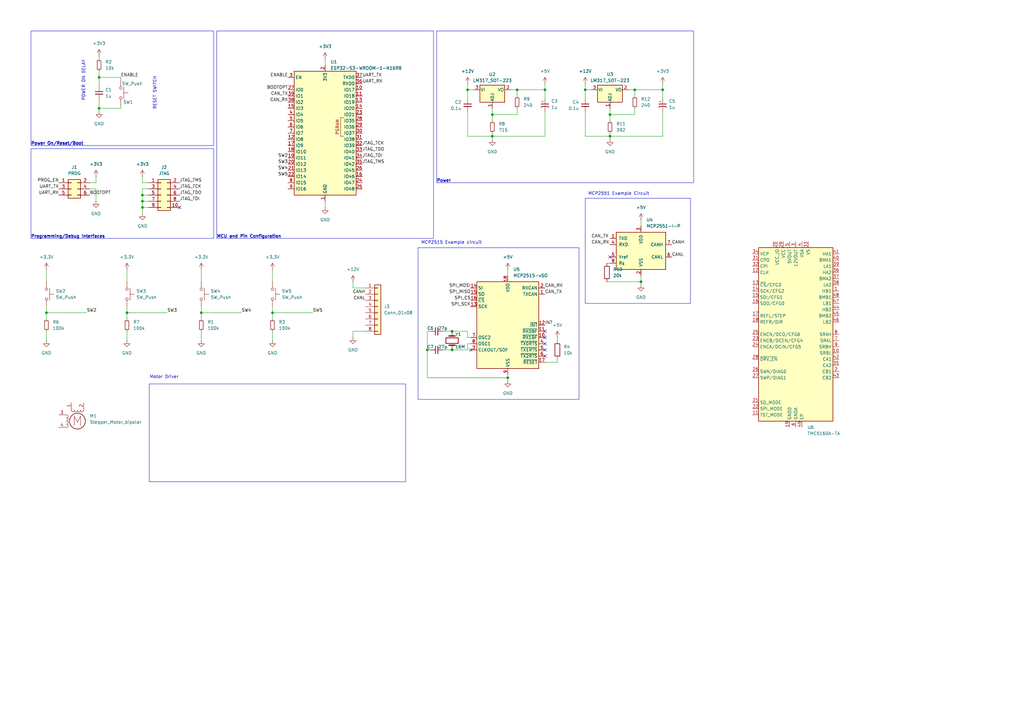
<source format=kicad_sch>
(kicad_sch (version 20231120) (generator "eeschema") (generator_version "8.0")
  (paper "A3")
  (lib_symbols
    (symbol "Connector_Generic:Conn_01x08" (pin_names (offset 1.016) hide)
      (property "Reference" "J" (at 0 10.16 0))
      (property "Value" "Conn_01x08" (at 0 -12.7 0))
      (symbol "Conn_01x08_1_1"
        (rectangle (start -1.27 -10.033) (end 0 -10.287) (stroke (width 0.1524)))
        (rectangle (start -1.27 -7.493) (end 0 -7.747) (stroke (width 0.1524)))
        (rectangle (start -1.27 -4.953) (end 0 -5.207) (stroke (width 0.1524)))
        (rectangle (start -1.27 -2.413) (end 0 -2.667) (stroke (width 0.1524)))
        (rectangle (start -1.27 0.127) (end 0 -0.127) (stroke (width 0.1524)))
        (rectangle (start -1.27 2.667) (end 0 2.413) (stroke (width 0.1524)))
        (rectangle (start -1.27 5.207) (end 0 4.953) (stroke (width 0.1524)))
        (rectangle (start -1.27 7.747) (end 0 7.493) (stroke (width 0.1524)))
        (rectangle (start -1.27 8.89) (end 1.27 -11.43) (stroke (width 0.254)) (fill (type background)))
        (pin passive line (at -5.08 7.62 0) (length 3.81) (name "Pin_1") (number "1"))
        (pin passive line (at -5.08 5.08 0) (length 3.81) (name "Pin_2") (number "2"))
        (pin passive line (at -5.08 2.54 0) (length 3.81) (name "Pin_3") (number "3"))
        (pin passive line (at -5.08 0 0) (length 3.81) (name "Pin_4") (number "4"))
        (pin passive line (at -5.08 -2.54 0) (length 3.81) (name "Pin_5") (number "5"))
        (pin passive line (at -5.08 -5.08 0) (length 3.81) (name "Pin_6") (number "6"))
        (pin passive line (at -5.08 -7.62 0) (length 3.81) (name "Pin_7") (number "7"))
        (pin passive line (at -5.08 -10.16 0) (length 3.81) (name "Pin_8") (number "8"))
      )
    )
    (symbol "Connector_Generic:Conn_02x03_Odd_Even" (pin_names (offset 1.016) hide)
      (property "Reference" "J" (at 1.27 5.08 0))
      (property "Value" "Conn_02x03_Odd_Even" (at 1.27 -5.08 0))
      (symbol "Conn_02x03_Odd_Even_1_1"
        (rectangle (start -1.27 -2.413) (end 0 -2.667) (stroke (width 0.1524)))
        (rectangle (start -1.27 0.127) (end 0 -0.127) (stroke (width 0.1524)))
        (rectangle (start -1.27 2.667) (end 0 2.413) (stroke (width 0.1524)))
        (rectangle (start -1.27 3.81) (end 3.81 -3.81) (stroke (width 0.254)) (fill (type background)))
        (rectangle (start 3.81 -2.413) (end 2.54 -2.667) (stroke (width 0.1524)))
        (rectangle (start 3.81 0.127) (end 2.54 -0.127) (stroke (width 0.1524)))
        (rectangle (start 3.81 2.667) (end 2.54 2.413) (stroke (width 0.1524)))
        (pin passive line (at -5.08 2.54 0) (length 3.81) (name "Pin_1") (number "1"))
        (pin passive line (at 7.62 2.54 180) (length 3.81) (name "Pin_2") (number "2"))
        (pin passive line (at -5.08 0 0) (length 3.81) (name "Pin_3") (number "3"))
        (pin passive line (at 7.62 0 180) (length 3.81) (name "Pin_4") (number "4"))
        (pin passive line (at -5.08 -2.54 0) (length 3.81) (name "Pin_5") (number "5"))
        (pin passive line (at 7.62 -2.54 180) (length 3.81) (name "Pin_6") (number "6"))
      )
    )
    (symbol "Connector_Generic:Conn_02x05_Odd_Even" (pin_names (offset 1.016) hide)
      (property "Reference" "J" (at 1.27 7.62 0))
      (property "Value" "Conn_02x05_Odd_Even" (at 1.27 -7.62 0))
      (symbol "Conn_02x05_Odd_Even_1_1"
        (rectangle (start -1.27 -4.953) (end 0 -5.207) (stroke (width 0.1524)))
        (rectangle (start -1.27 -2.413) (end 0 -2.667) (stroke (width 0.1524)))
        (rectangle (start -1.27 0.127) (end 0 -0.127) (stroke (width 0.1524)))
        (rectangle (start -1.27 2.667) (end 0 2.413) (stroke (width 0.1524)))
        (rectangle (start -1.27 5.207) (end 0 4.953) (stroke (width 0.1524)))
        (rectangle (start -1.27 6.35) (end 3.81 -6.35) (stroke (width 0.254)) (fill (type background)))
        (rectangle (start 3.81 -4.953) (end 2.54 -5.207) (stroke (width 0.1524)))
        (rectangle (start 3.81 -2.413) (end 2.54 -2.667) (stroke (width 0.1524)))
        (rectangle (start 3.81 0.127) (end 2.54 -0.127) (stroke (width 0.1524)))
        (rectangle (start 3.81 2.667) (end 2.54 2.413) (stroke (width 0.1524)))
        (rectangle (start 3.81 5.207) (end 2.54 4.953) (stroke (width 0.1524)))
        (pin passive line (at -5.08 5.08 0) (length 3.81) (name "Pin_1") (number "1"))
        (pin passive line (at 7.62 -5.08 180) (length 3.81) (name "Pin_10") (number "10"))
        (pin passive line (at 7.62 5.08 180) (length 3.81) (name "Pin_2") (number "2"))
        (pin passive line (at -5.08 2.54 0) (length 3.81) (name "Pin_3") (number "3"))
        (pin passive line (at 7.62 2.54 180) (length 3.81) (name "Pin_4") (number "4"))
        (pin passive line (at -5.08 0 0) (length 3.81) (name "Pin_5") (number "5"))
        (pin passive line (at 7.62 0 180) (length 3.81) (name "Pin_6") (number "6"))
        (pin passive line (at -5.08 -2.54 0) (length 3.81) (name "Pin_7") (number "7"))
        (pin passive line (at 7.62 -2.54 180) (length 3.81) (name "Pin_8") (number "8"))
        (pin passive line (at -5.08 -5.08 0) (length 3.81) (name "Pin_9") (number "9"))
      )
    )
    (symbol "Device:C_Polarized_Small_US" (pin_numbers hide) (pin_names (offset 0.254) hide)
      (property "Reference" "C" (at 0.254 1.778 0))
      (property "Value" "C_Polarized_Small_US" (at 0.254 -2.032 0))
      (symbol "C_Polarized_Small_US_0_1"
        (polyline (pts (xy -1.524 0.508) (xy 1.524 0.508)) (stroke (width 0.3048)))
        (polyline (pts (xy -1.27 1.524) (xy -0.762 1.524)))
        (polyline (pts (xy -1.016 1.27) (xy -1.016 1.778)))
        (arc (start 1.524 -0.762) (mid 0 -0.3734) (end -1.524 -0.762) (stroke (width 0.3048)))
      )
      (symbol "C_Polarized_Small_US_1_1"
        (pin passive line (at 0 2.54 270) (length 2.032) (name "~") (number "1"))
        (pin passive line (at 0 -2.54 90) (length 2.032) (name "~") (number "2"))
      )
    )
    (symbol "Device:C_Small" (pin_numbers hide) (pin_names (offset 0.254) hide)
      (property "Reference" "C" (at 0.254 1.778 0))
      (property "Value" "C_Small" (at 0.254 -2.032 0))
      (symbol "C_Small_0_1"
        (polyline (pts (xy -1.524 -0.508) (xy 1.524 -0.508)) (stroke (width 0.3302)))
        (polyline (pts (xy -1.524 0.508) (xy 1.524 0.508)) (stroke (width 0.3048)))
      )
      (symbol "C_Small_1_1"
        (pin passive line (at 0 2.54 270) (length 2.032) (name "~") (number "1"))
        (pin passive line (at 0 -2.54 90) (length 2.032) (name "~") (number "2"))
      )
    )
    (symbol "Device:Crystal" (pin_numbers hide) (pin_names (offset 1.016) hide)
      (property "Reference" "Y" (at 0 3.81 0))
      (property "Value" "Crystal" (at 0 -3.81 0))
      (symbol "Crystal_0_1"
        (rectangle (start -1.143 2.54) (end 1.143 -2.54) (stroke (width 0.3048)))
        (polyline (pts (xy -2.54 0) (xy -1.905 0)))
        (polyline (pts (xy -1.905 -1.27) (xy -1.905 1.27)) (stroke (width 0.508)))
        (polyline (pts (xy 1.905 -1.27) (xy 1.905 1.27)) (stroke (width 0.508)))
        (polyline (pts (xy 2.54 0) (xy 1.905 0)))
      )
      (symbol "Crystal_1_1"
        (pin passive line (at -3.81 0 0) (length 1.27) (name "1") (number "1"))
        (pin passive line (at 3.81 0 180) (length 1.27) (name "2") (number "2"))
      )
    )
    (symbol "Device:R" (pin_numbers hide) (pin_names (offset 0))
      (property "Reference" "R" (at 2.032 0 90))
      (property "Value" "R" (at 0 0 90))
      (symbol "R_0_1"
        (rectangle (start -1.016 -2.54) (end 1.016 2.54) (stroke (width 0.254)))
      )
      (symbol "R_1_1"
        (pin passive line (at 0 3.81 270) (length 1.27) (name "~") (number "1"))
        (pin passive line (at 0 -3.81 90) (length 1.27) (name "~") (number "2"))
      )
    )
    (symbol "Device:R_Small" (pin_numbers hide) (pin_names (offset 0.254) hide)
      (property "Reference" "R" (at 0.762 0.508 0))
      (property "Value" "R_Small" (at 0.762 -1.016 0))
      (symbol "R_Small_0_1"
        (rectangle (start -0.762 1.778) (end 0.762 -1.778) (stroke (width 0.2032)))
      )
      (symbol "R_Small_1_1"
        (pin passive line (at 0 2.54 270) (length 0.762) (name "~") (number "1"))
        (pin passive line (at 0 -2.54 90) (length 0.762) (name "~") (number "2"))
      )
    )
    (symbol "Driver_Motor:TMC5160A-TA"
      (property "Reference" "U" (at -11.43 38.1 0))
      (property "Value" "TMC5160A-TA" (at 10.16 38.1 0))
      (symbol "TMC5160A-TA_1_0"
        (rectangle (start -15.24 -35.56) (end 15.24 35.56) (stroke (width 0.254)) (fill (type background)))
      )
      (symbol "TMC5160A-TA_1_1"
        (pin output line (at 17.78 17.78 180) (length 2.54) (name "HB1") (number "1"))
        (pin passive line (at 17.78 -7.62 180) (length 2.54) (name "SRBL") (number "10"))
        (pin input line (at -17.78 -33.02 0) (length 2.54) (name "TST_MODE") (number "11"))
        (pin input line (at -17.78 25.4 0) (length 2.54) (name "CLK") (number "12"))
        (pin input line (at -17.78 20.32 0) (length 2.54) (name "~{CS}/CFG3") (number "13"))
        (pin input line (at -17.78 17.78 0) (length 2.54) (name "SCK/CFG2") (number "14"))
        (pin input line (at -17.78 15.24 0) (length 2.54) (name "SDI/CFG1") (number "15"))
        (pin bidirectional line (at -17.78 12.7 0) (length 2.54) (name "SDO/CFG0") (number "16"))
        (pin input line (at -17.78 7.62 0) (length 2.54) (name "REFL/STEP") (number "17"))
        (pin input line (at -17.78 5.08 0) (length 2.54) (name "REFR/DIR") (number "18"))
        (pin power_in line (at -2.54 -38.1 90) (length 2.54) (name "GNDD") (number "19"))
        (pin passive line (at 17.78 -15.24 180) (length 2.54) (name "CB1") (number "2"))
        (pin power_in line (at -7.62 38.1 270) (length 2.54) (name "VCC_IO") (number "20"))
        (pin input line (at -17.78 -27.94 0) (length 2.54) (name "SD_MODE") (number "21"))
        (pin input line (at -17.78 -30.48 0) (length 2.54) (name "SPI_MODE") (number "22"))
        (pin input line (at -17.78 -2.54 0) (length 2.54) (name "ENCB/DCEN/CFG4") (number "23"))
        (pin input line (at -17.78 -5.08 0) (length 2.54) (name "ENCA/DCIN/CFG5") (number "24"))
        (pin bidirectional line (at -17.78 0 0) (length 2.54) (name "ENCN/DCO/CFG6") (number "25"))
        (pin bidirectional line (at -17.78 -15.24 0) (length 2.54) (name "SWN/DIAG0") (number "26"))
        (pin bidirectional line (at -17.78 -17.78 0) (length 2.54) (name "SWP/DIAG1") (number "27"))
        (pin input line (at -17.78 -10.16 0) (length 2.54) (name "~{DRV_EN}") (number "28"))
        (pin power_in line (at -5.08 38.1 270) (length 2.54) (name "VCC") (number "29"))
        (pin power_out line (at 0 38.1 270) (length 2.54) (name "12VOUT") (number "3"))
        (pin passive line (at -2.54 -38.1 90) (length 2.54) hide (name "GNDD") (number "30"))
        (pin passive line (at -17.78 30.48 0) (length 2.54) (name "CPO") (number "31"))
        (pin passive line (at -17.78 27.94 0) (length 2.54) (name "CPI") (number "32"))
        (pin power_in line (at 5.08 38.1 270) (length 2.54) (name "VS") (number "33"))
        (pin passive line (at -17.78 33.02 0) (length 2.54) (name "VCP") (number "34"))
        (pin passive line (at 17.78 -12.7 180) (length 2.54) (name "CA2") (number "35"))
        (pin output line (at 17.78 25.4 180) (length 2.54) (name "HA2") (number "36"))
        (pin passive line (at 17.78 22.86 180) (length 2.54) (name "BMA2") (number "37"))
        (pin output line (at 17.78 20.32 180) (length 2.54) (name "LA2") (number "38"))
        (pin output line (at 17.78 27.94 180) (length 2.54) (name "LA1") (number "39"))
        (pin power_in line (at 2.54 38.1 270) (length 2.54) (name "VSA") (number "4"))
        (pin passive line (at 17.78 30.48 180) (length 2.54) (name "BMA1") (number "40"))
        (pin output line (at 17.78 33.02 180) (length 2.54) (name "HA1") (number "41"))
        (pin passive line (at 17.78 -10.16 180) (length 2.54) (name "CA1") (number "42"))
        (pin passive line (at 17.78 -17.78 180) (length 2.54) (name "CB2") (number "43"))
        (pin output line (at 17.78 10.16 180) (length 2.54) (name "HB2") (number "44"))
        (pin passive line (at 17.78 7.62 180) (length 2.54) (name "BMB2") (number "45"))
        (pin output line (at 17.78 5.08 180) (length 2.54) (name "LB2") (number "46"))
        (pin output line (at 17.78 12.7 180) (length 2.54) (name "LB1") (number "47"))
        (pin passive line (at 17.78 15.24 180) (length 2.54) (name "BMB1") (number "48"))
        (pin power_in line (at 2.54 -38.1 90) (length 2.54) (name "EP") (number "49"))
        (pin power_out line (at -2.54 38.1 270) (length 2.54) (name "5VOUT") (number "5"))
        (pin power_in line (at 0 -38.1 90) (length 2.54) (name "GNDA") (number "6"))
        (pin passive line (at 17.78 -2.54 180) (length 2.54) (name "SRAL") (number "7"))
        (pin passive line (at 17.78 0 180) (length 2.54) (name "SRAH") (number "8"))
        (pin passive line (at 17.78 -5.08 180) (length 2.54) (name "SRBH") (number "9"))
      )
    )
    (symbol "Interface_CAN_LIN:MCP2515-xSO"
      (property "Reference" "U" (at -10.16 19.685 0))
      (property "Value" "MCP2515-xSO" (at 19.05 20.32 0))
      (symbol "MCP2515-xSO_0_1"
        (rectangle (start -12.7 17.78) (end 12.7 -17.78) (stroke (width 0.254)) (fill (type background)))
      )
      (symbol "MCP2515-xSO_1_1"
        (pin output line (at 15.24 12.7 180) (length 2.54) (name "TXCAN") (number "1"))
        (pin output line (at 15.24 -5.08 180) (length 2.54) (name "~{RX1BF}") (number "10"))
        (pin output line (at 15.24 -2.54 180) (length 2.54) (name "~{RX0BF}") (number "11"))
        (pin output line (at 15.24 0 180) (length 2.54) (name "~{INT}") (number "12"))
        (pin input line (at -15.24 7.62 0) (length 2.54) (name "SCK") (number "13"))
        (pin input line (at -15.24 15.24 0) (length 2.54) (name "SI") (number "14"))
        (pin output line (at -15.24 12.7 0) (length 2.54) (name "SO") (number "15"))
        (pin input line (at -15.24 10.16 0) (length 2.54) (name "~{CS}") (number "16"))
        (pin input line (at 15.24 -15.24 180) (length 2.54) (name "~{RESET}") (number "17"))
        (pin power_in line (at 0 20.32 270) (length 2.54) (name "VDD") (number "18"))
        (pin input line (at 15.24 15.24 180) (length 2.54) (name "RXCAN") (number "2"))
        (pin output line (at -15.24 -10.16 0) (length 2.54) (name "CLKOUT/SOF") (number "3"))
        (pin input line (at 15.24 -7.62 180) (length 2.54) (name "~{TX0RTS}") (number "4"))
        (pin input line (at 15.24 -10.16 180) (length 2.54) (name "~{TX1RTS}") (number "5"))
        (pin input line (at 15.24 -12.7 180) (length 2.54) (name "~{TX2RTS}") (number "6"))
        (pin output line (at -15.24 -5.08 0) (length 2.54) (name "OSC2") (number "7"))
        (pin input line (at -15.24 -7.62 0) (length 2.54) (name "OSC1") (number "8"))
        (pin power_in line (at 0 -20.32 90) (length 2.54) (name "VSS") (number "9"))
      )
    )
    (symbol "Interface_CAN_LIN:MCP2551-I-P" (pin_names (offset 1.016))
      (property "Reference" "U" (at -10.16 8.89 0))
      (property "Value" "MCP2551-I-P" (at 2.54 8.89 0))
      (symbol "MCP2551-I-P_0_1"
        (rectangle (start -10.16 7.62) (end 10.16 -7.62) (stroke (width 0.254)) (fill (type background)))
      )
      (symbol "MCP2551-I-P_1_1"
        (pin input line (at -12.7 5.08 0) (length 2.54) (name "TXD") (number "1"))
        (pin power_in line (at 0 -10.16 90) (length 2.54) (name "VSS") (number "2"))
        (pin power_in line (at 0 10.16 270) (length 2.54) (name "VDD") (number "3"))
        (pin output line (at -12.7 2.54 0) (length 2.54) (name "RXD") (number "4"))
        (pin power_out line (at -12.7 -2.54 0) (length 2.54) (name "Vref") (number "5"))
        (pin bidirectional line (at 12.7 -2.54 180) (length 2.54) (name "CANL") (number "6"))
        (pin bidirectional line (at 12.7 2.54 180) (length 2.54) (name "CANH") (number "7"))
        (pin input line (at -12.7 -5.08 0) (length 2.54) (name "Rs") (number "8"))
      )
    )
    (symbol "Motor:Stepper_Motor_bipolar" (pin_names (offset 0) hide)
      (property "Reference" "M" (at 3.81 2.54 0))
      (property "Value" "Stepper_Motor_bipolar" (at 3.81 1.27 0))
      (symbol "Stepper_Motor_bipolar_0_0"
        (polyline (pts (xy -1.27 -1.778) (xy -1.27 2.032) (xy 0 -0.508) (xy 1.27 2.032) (xy 1.27 -1.778)))
      )
      (symbol "Stepper_Motor_bipolar_0_1"
        (arc (start -4.445 -2.54) (mid -3.8127 -1.905) (end -4.445 -1.27))
        (arc (start -4.445 -1.27) (mid -3.8127 -0.635) (end -4.445 0))
        (arc (start -4.445 0) (mid -3.8127 0.635) (end -4.445 1.27))
        (arc (start -4.445 1.27) (mid -3.8127 1.905) (end -4.445 2.54))
        (arc (start -2.54 4.445) (mid -1.905 3.8127) (end -1.27 4.445))
        (arc (start -1.27 4.445) (mid -0.635 3.8127) (end 0 4.445))
        (polyline (pts (xy -5.08 -2.54) (xy -4.445 -2.54)))
        (polyline (pts (xy -5.08 2.54) (xy -4.445 2.54)))
        (polyline (pts (xy -2.54 5.08) (xy -2.54 4.445)))
        (polyline (pts (xy 2.54 5.08) (xy 2.54 4.445)))
        (circle (center 0 0) (radius 3.2512) (stroke (width 0.254)))
        (arc (start 0 4.445) (mid 0.635 3.8127) (end 1.27 4.445))
        (arc (start 1.27 4.445) (mid 1.905 3.8127) (end 2.54 4.445))
      )
      (symbol "Stepper_Motor_bipolar_1_1"
        (pin passive line (at -2.54 7.62 270) (length 2.54) (name "~") (number "1"))
        (pin passive line (at 2.54 7.62 270) (length 2.54) (name "-") (number "2"))
        (pin passive line (at -7.62 2.54 0) (length 2.54) (name "~") (number "3"))
        (pin passive line (at -7.62 -2.54 0) (length 2.54) (name "~") (number "4"))
      )
    )
    (symbol "RF_Module:ESP32-S3-WROOM-1"
      (property "Reference" "U" (at -12.7 26.67 0))
      (property "Value" "ESP32-S3-WROOM-1" (at 12.7 26.67 0))
      (symbol "ESP32-S3-WROOM-1_0_0"
        (rectangle (start -12.7 25.4) (end 12.7 -25.4) (stroke (width 0.254)) (fill (type background)))
        (text "PSRAM" (at 5.08 2.54 900) (effects (font (size 1.27 1.27))))
      )
      (symbol "ESP32-S3-WROOM-1_0_1"
        (polyline (pts (xy 7.62 -1.27) (xy 6.35 -1.27) (xy 6.35 6.35) (xy 7.62 6.35)))
      )
      (symbol "ESP32-S3-WROOM-1_1_1"
        (pin power_in line (at 0 -27.94 90) (length 2.54) (name "GND") (number "1"))
        (pin bidirectional line (at 15.24 17.78 180) (length 2.54) (name "IO17") (number "10"))
        (pin bidirectional line (at 15.24 15.24 180) (length 2.54) (name "IO18") (number "11"))
        (pin bidirectional line (at -15.24 -2.54 0) (length 2.54) (name "IO8") (number "12"))
        (pin bidirectional line (at 15.24 12.7 180) (length 2.54) (name "IO19") (number "13"))
        (pin bidirectional line (at 15.24 10.16 180) (length 2.54) (name "IO20") (number "14"))
        (pin bidirectional line (at -15.24 10.16 0) (length 2.54) (name "IO3") (number "15"))
        (pin bidirectional line (at 15.24 -17.78 180) (length 2.54) (name "IO46") (number "16"))
        (pin bidirectional line (at -15.24 -5.08 0) (length 2.54) (name "IO9") (number "17"))
        (pin bidirectional line (at -15.24 -7.62 0) (length 2.54) (name "IO10") (number "18"))
        (pin bidirectional line (at -15.24 -10.16 0) (length 2.54) (name "IO11") (number "19"))
        (pin power_in line (at 0 27.94 270) (length 2.54) (name "3V3") (number "2"))
        (pin bidirectional line (at -15.24 -12.7 0) (length 2.54) (name "IO12") (number "20"))
        (pin bidirectional line (at -15.24 -15.24 0) (length 2.54) (name "IO13") (number "21"))
        (pin bidirectional line (at -15.24 -17.78 0) (length 2.54) (name "IO14") (number "22"))
        (pin bidirectional line (at 15.24 7.62 180) (length 2.54) (name "IO21") (number "23"))
        (pin bidirectional line (at 15.24 -20.32 180) (length 2.54) (name "IO47") (number "24"))
        (pin bidirectional line (at 15.24 -22.86 180) (length 2.54) (name "IO48") (number "25"))
        (pin bidirectional line (at 15.24 -15.24 180) (length 2.54) (name "IO45") (number "26"))
        (pin bidirectional line (at -15.24 17.78 0) (length 2.54) (name "IO0") (number "27"))
        (pin bidirectional line (at 15.24 5.08 180) (length 2.54) (name "IO35") (number "28"))
        (pin bidirectional line (at 15.24 2.54 180) (length 2.54) (name "IO36") (number "29"))
        (pin input line (at -15.24 22.86 0) (length 2.54) (name "EN") (number "3"))
        (pin bidirectional line (at 15.24 0 180) (length 2.54) (name "IO37") (number "30"))
        (pin bidirectional line (at 15.24 -2.54 180) (length 2.54) (name "IO38") (number "31"))
        (pin bidirectional line (at 15.24 -5.08 180) (length 2.54) (name "IO39") (number "32"))
        (pin bidirectional line (at 15.24 -7.62 180) (length 2.54) (name "IO40") (number "33"))
        (pin bidirectional line (at 15.24 -10.16 180) (length 2.54) (name "IO41") (number "34"))
        (pin bidirectional line (at 15.24 -12.7 180) (length 2.54) (name "IO42") (number "35"))
        (pin bidirectional line (at 15.24 20.32 180) (length 2.54) (name "RXD0") (number "36"))
        (pin bidirectional line (at 15.24 22.86 180) (length 2.54) (name "TXD0") (number "37"))
        (pin bidirectional line (at -15.24 12.7 0) (length 2.54) (name "IO2") (number "38"))
        (pin bidirectional line (at -15.24 15.24 0) (length 2.54) (name "IO1") (number "39"))
        (pin bidirectional line (at -15.24 7.62 0) (length 2.54) (name "IO4") (number "4"))
        (pin passive line (at 0 -27.94 90) (length 2.54) hide (name "GND") (number "40"))
        (pin passive line (at 0 -27.94 90) (length 2.54) hide (name "GND") (number "41"))
        (pin bidirectional line (at -15.24 5.08 0) (length 2.54) (name "IO5") (number "5"))
        (pin bidirectional line (at -15.24 2.54 0) (length 2.54) (name "IO6") (number "6"))
        (pin bidirectional line (at -15.24 0 0) (length 2.54) (name "IO7") (number "7"))
        (pin bidirectional line (at -15.24 -20.32 0) (length 2.54) (name "IO15") (number "8"))
        (pin bidirectional line (at -15.24 -22.86 0) (length 2.54) (name "IO16") (number "9"))
      )
    )
    (symbol "Regulator_Linear:LM317_SOT-223" (pin_names (offset 0.254))
      (property "Reference" "U" (at -3.81 3.175 0))
      (property "Value" "LM317_SOT-223" (at 0 3.175 0))
      (symbol "LM317_SOT-223_0_1"
        (rectangle (start -5.08 1.905) (end 5.08 -5.08) (stroke (width 0.254)) (fill (type background)))
      )
      (symbol "LM317_SOT-223_1_1"
        (pin input line (at 0 -7.62 90) (length 2.54) (name "ADJ") (number "1"))
        (pin power_out line (at 7.62 0 180) (length 2.54) (name "VO") (number "2"))
        (pin power_in line (at -7.62 0 0) (length 2.54) (name "VI") (number "3"))
      )
    )
    (symbol "Switch:SW_Push" (pin_numbers hide) (pin_names (offset 1.016) hide)
      (property "Reference" "SW" (at 1.27 2.54 0))
      (property "Value" "SW_Push" (at 0 -1.524 0))
      (symbol "SW_Push_0_1"
        (circle (center -2.032 0) (radius 0.508))
        (polyline (pts (xy 0 1.27) (xy 0 3.048)))
        (polyline (pts (xy 2.54 1.27) (xy -2.54 1.27)))
        (circle (center 2.032 0) (radius 0.508))
        (pin passive line (at -5.08 0 0) (length 2.54) (name "1") (number "1"))
        (pin passive line (at 5.08 0 180) (length 2.54) (name "2") (number "2"))
      )
    )
    (symbol "power:+12V" (power) (pin_numbers hide) (pin_names (offset 0) hide)
      (property "Value" "+12V" (at 0 3.556 0))
      (symbol "+12V_0_1"
        (polyline (pts (xy -0.762 1.27) (xy 0 2.54)))
        (polyline (pts (xy 0 0) (xy 0 2.54)))
        (polyline (pts (xy 0 2.54) (xy 0.762 1.27)))
      )
      (symbol "+12V_1_1"
        (pin power_in line (at 0 0 90) (length 0) (name "~") (number "1"))
      )
    )
    (symbol "power:+3.3V" (power) (pin_numbers hide) (pin_names (offset 0) hide)
      (property "Value" "+3.3V" (at 0 3.556 0))
      (symbol "+3.3V_0_1"
        (polyline (pts (xy -0.762 1.27) (xy 0 2.54)))
        (polyline (pts (xy 0 0) (xy 0 2.54)))
        (polyline (pts (xy 0 2.54) (xy 0.762 1.27)))
      )
      (symbol "+3.3V_1_1"
        (pin power_in line (at 0 0 90) (length 0) (name "~") (number "1"))
      )
    )
    (symbol "power:+3V3" (power) (pin_numbers hide) (pin_names (offset 0) hide)
      (property "Value" "+3V3" (at 0 3.556 0))
      (symbol "+3V3_0_1"
        (polyline (pts (xy -0.762 1.27) (xy 0 2.54)))
        (polyline (pts (xy 0 0) (xy 0 2.54)))
        (polyline (pts (xy 0 2.54) (xy 0.762 1.27)))
      )
      (symbol "+3V3_1_1"
        (pin power_in line (at 0 0 90) (length 0) (name "~") (number "1"))
      )
    )
    (symbol "power:+5V" (power) (pin_numbers hide) (pin_names (offset 0) hide)
      (property "Value" "+5V" (at 0 3.556 0))
      (symbol "+5V_0_1"
        (polyline (pts (xy -0.762 1.27) (xy 0 2.54)))
        (polyline (pts (xy 0 0) (xy 0 2.54)))
        (polyline (pts (xy 0 2.54) (xy 0.762 1.27)))
      )
      (symbol "+5V_1_1"
        (pin power_in line (at 0 0 90) (length 0) (name "~") (number "1"))
      )
    )
    (symbol "power:GND" (power) (pin_numbers hide) (pin_names (offset 0) hide)
      (property "Value" "GND" (at 0 -3.81 0))
      (symbol "GND_0_1"
        (polyline (pts (xy 0 0) (xy 0 -1.27) (xy 1.27 -1.27) (xy 0 -2.54) (xy -1.27 -1.27) (xy 0 -1.27)))
      )
      (symbol "GND_1_1"
        (pin power_in line (at 0 0 270) (length 0) (name "~") (number "1"))
      )
    )
  )
  (junction (at 223.52 36.83))
  (junction (at 185.42 143.51))
  (junction (at 58.42 80.01))
  (junction (at 201.93 55.88))
  (junction (at 208.28 154.94))
  (junction (at 250.19 46.99))
  (junction (at 201.93 46.99))
  (junction (at 175.26 143.51))
  (junction (at 52.07 128.27))
  (junction (at 40.64 31.75))
  (junction (at 185.42 135.89))
  (junction (at 262.89 115.57))
  (junction (at 212.09 36.83))
  (junction (at 19.05 128.27))
  (junction (at 40.64 44.45))
  (junction (at 191.77 36.83))
  (junction (at 260.35 36.83))
  (junction (at 271.78 36.83))
  (junction (at 58.42 85.09))
  (junction (at 250.19 55.88))
  (junction (at 111.76 128.27))
  (junction (at 82.55 128.27))
  (junction (at 58.42 82.55))
  (junction (at 240.03 36.83))
  (no_connect (at 223.52 135.89))
  (no_connect (at 250.19 105.41))
  (no_connect (at 223.52 140.97))
  (no_connect (at 223.52 146.05))
  (no_connect (at 73.66 85.09))
  (no_connect (at 223.52 143.51))
  (no_connect (at 193.04 143.51))
  (no_connect (at 223.52 138.43))
  (wire (pts (xy 250.19 57.15) (xy 250.19 55.88)))
  (wire (pts (xy 40.64 29.21) (xy 40.64 31.75)))
  (wire (pts (xy 19.05 128.27) (xy 35.56 128.27)))
  (wire (pts (xy 240.03 55.88) (xy 240.03 45.72)))
  (wire (pts (xy 212.09 46.99) (xy 201.93 46.99)))
  (wire (pts (xy 111.76 135.89) (xy 111.76 139.7)))
  (wire (pts (xy 111.76 125.73) (xy 111.76 128.27)))
  (wire (pts (xy 52.07 110.49) (xy 52.07 115.57)))
  (wire (pts (xy 133.35 24.13) (xy 133.35 26.67)))
  (wire (pts (xy 82.55 135.89) (xy 82.55 139.7)))
  (wire (pts (xy 208.28 110.49) (xy 208.28 113.03)))
  (wire (pts (xy 250.19 107.95) (xy 248.92 107.95)))
  (wire (pts (xy 193.04 140.97) (xy 191.77 140.97)))
  (wire (pts (xy 191.77 55.88) (xy 191.77 45.72)))
  (wire (pts (xy 19.05 125.73) (xy 19.05 128.27)))
  (wire (pts (xy 250.19 44.45) (xy 250.19 46.99)))
  (wire (pts (xy 58.42 80.01) (xy 60.96 80.01)))
  (wire (pts (xy 58.42 82.55) (xy 60.96 82.55)))
  (wire (pts (xy 201.93 46.99) (xy 201.93 49.53)))
  (wire (pts (xy 58.42 82.55) (xy 58.42 85.09)))
  (wire (pts (xy 40.64 31.75) (xy 40.64 35.56)))
  (wire (pts (xy 240.03 34.29) (xy 240.03 36.83)))
  (wire (pts (xy 175.26 135.89) (xy 176.53 135.89)))
  (wire (pts (xy 250.19 54.61) (xy 250.19 55.88)))
  (wire (pts (xy 271.78 55.88) (xy 250.19 55.88)))
  (wire (pts (xy 271.78 40.64) (xy 271.78 36.83)))
  (wire (pts (xy 260.35 44.45) (xy 260.35 46.99)))
  (wire (pts (xy 82.55 128.27) (xy 99.06 128.27)))
  (wire (pts (xy 40.64 44.45) (xy 40.64 45.72)))
  (wire (pts (xy 39.37 74.93) (xy 39.37 72.39)))
  (wire (pts (xy 49.53 43.18) (xy 49.53 44.45)))
  (wire (pts (xy 175.26 143.51) (xy 175.26 154.94)))
  (wire (pts (xy 149.86 118.11) (xy 144.78 118.11)))
  (wire (pts (xy 223.52 34.29) (xy 223.52 36.83)))
  (wire (pts (xy 58.42 77.47) (xy 58.42 80.01)))
  (wire (pts (xy 19.05 135.89) (xy 19.05 139.7)))
  (wire (pts (xy 52.07 128.27) (xy 68.58 128.27)))
  (wire (pts (xy 240.03 36.83) (xy 242.57 36.83)))
  (wire (pts (xy 223.52 55.88) (xy 201.93 55.88)))
  (wire (pts (xy 36.83 77.47) (xy 39.37 77.47)))
  (wire (pts (xy 223.52 45.72) (xy 223.52 55.88)))
  (wire (pts (xy 60.96 74.93) (xy 58.42 74.93)))
  (wire (pts (xy 191.77 36.83) (xy 191.77 40.64)))
  (wire (pts (xy 111.76 110.49) (xy 111.76 115.57)))
  (wire (pts (xy 49.53 31.75) (xy 40.64 31.75)))
  (wire (pts (xy 271.78 36.83) (xy 260.35 36.83)))
  (wire (pts (xy 175.26 135.89) (xy 175.26 143.51)))
  (wire (pts (xy 58.42 85.09) (xy 58.42 87.63)))
  (wire (pts (xy 228.6 138.43) (xy 228.6 139.7)))
  (wire (pts (xy 40.64 40.64) (xy 40.64 44.45)))
  (wire (pts (xy 52.07 128.27) (xy 52.07 130.81)))
  (wire (pts (xy 60.96 85.09) (xy 58.42 85.09)))
  (wire (pts (xy 223.52 36.83) (xy 212.09 36.83)))
  (wire (pts (xy 260.35 36.83) (xy 257.81 36.83)))
  (wire (pts (xy 260.35 46.99) (xy 250.19 46.99)))
  (wire (pts (xy 36.83 74.93) (xy 39.37 74.93)))
  (wire (pts (xy 228.6 147.32) (xy 228.6 148.59)))
  (wire (pts (xy 40.64 44.45) (xy 49.53 44.45)))
  (wire (pts (xy 212.09 36.83) (xy 209.55 36.83)))
  (wire (pts (xy 223.52 40.64) (xy 223.52 36.83)))
  (wire (pts (xy 191.77 138.43) (xy 191.77 135.89)))
  (wire (pts (xy 82.55 125.73) (xy 82.55 128.27)))
  (wire (pts (xy 52.07 135.89) (xy 52.07 139.7)))
  (wire (pts (xy 181.61 143.51) (xy 185.42 143.51)))
  (wire (pts (xy 58.42 80.01) (xy 58.42 82.55)))
  (wire (pts (xy 212.09 39.37) (xy 212.09 36.83)))
  (wire (pts (xy 191.77 135.89) (xy 185.42 135.89)))
  (wire (pts (xy 201.93 57.15) (xy 201.93 55.88)))
  (wire (pts (xy 149.86 135.89) (xy 144.78 135.89)))
  (wire (pts (xy 39.37 77.47) (xy 39.37 82.55)))
  (wire (pts (xy 40.64 22.86) (xy 40.64 24.13)))
  (wire (pts (xy 228.6 148.59) (xy 223.52 148.59)))
  (wire (pts (xy 208.28 153.67) (xy 208.28 154.94)))
  (wire (pts (xy 250.19 46.99) (xy 250.19 49.53)))
  (wire (pts (xy 19.05 128.27) (xy 19.05 130.81)))
  (wire (pts (xy 60.96 77.47) (xy 58.42 77.47)))
  (wire (pts (xy 175.26 143.51) (xy 176.53 143.51)))
  (wire (pts (xy 212.09 44.45) (xy 212.09 46.99)))
  (wire (pts (xy 58.42 74.93) (xy 58.42 72.39)))
  (wire (pts (xy 191.77 36.83) (xy 194.31 36.83)))
  (wire (pts (xy 250.19 55.88) (xy 240.03 55.88)))
  (wire (pts (xy 271.78 45.72) (xy 271.78 55.88)))
  (wire (pts (xy 191.77 143.51) (xy 185.42 143.51)))
  (wire (pts (xy 248.92 115.57) (xy 262.89 115.57)))
  (wire (pts (xy 201.93 55.88) (xy 191.77 55.88)))
  (wire (pts (xy 240.03 36.83) (xy 240.03 40.64)))
  (wire (pts (xy 19.05 110.49) (xy 19.05 115.57)))
  (wire (pts (xy 175.26 154.94) (xy 208.28 154.94)))
  (wire (pts (xy 144.78 118.11) (xy 144.78 115.57)))
  (wire (pts (xy 201.93 44.45) (xy 201.93 46.99)))
  (wire (pts (xy 82.55 128.27) (xy 82.55 130.81)))
  (wire (pts (xy 181.61 135.89) (xy 185.42 135.89)))
  (wire (pts (xy 262.89 113.03) (xy 262.89 115.57)))
  (wire (pts (xy 133.35 82.55) (xy 133.35 85.09)))
  (wire (pts (xy 111.76 128.27) (xy 128.27 128.27)))
  (wire (pts (xy 49.53 33.02) (xy 49.53 31.75)))
  (wire (pts (xy 82.55 110.49) (xy 82.55 115.57)))
  (wire (pts (xy 193.04 138.43) (xy 191.77 138.43)))
  (wire (pts (xy 191.77 34.29) (xy 191.77 36.83)))
  (wire (pts (xy 191.77 140.97) (xy 191.77 143.51)))
  (wire (pts (xy 111.76 128.27) (xy 111.76 130.81)))
  (wire (pts (xy 260.35 39.37) (xy 260.35 36.83)))
  (wire (pts (xy 271.78 34.29) (xy 271.78 36.83)))
  (wire (pts (xy 201.93 54.61) (xy 201.93 55.88)))
  (wire (pts (xy 262.89 115.57) (xy 262.89 116.84)))
  (wire (pts (xy 144.78 135.89) (xy 144.78 138.43)))
  (wire (pts (xy 262.89 90.17) (xy 262.89 92.71)))
  (wire (pts (xy 208.28 154.94) (xy 208.28 156.21)))
  (wire (pts (xy 52.07 125.73) (xy 52.07 128.27)))
  (rectangle (start 61.214 157.48) (end 166.37 197.612))
  (rectangle (start 171.45 101.6) (end 237.49 163.83))
  (rectangle (start 12.7 60.96) (end 87.63 97.79))
  (rectangle (start 12.7 12.7) (end 87.63 59.69))
  (rectangle (start 88.9 12.7) (end 177.8 97.79))
  (rectangle (start 179.07 12.7) (end 284.48 74.93))
  (rectangle (start 240.03 81.28) (end 283.21 124.46))
  (text "Programming/Debug Interfaces" (at 12.7 97.79 0) (effects (font (size 1.27 1.27) (thickness 0.254) (bold yes)) (justify left bottom)))
  (text "Motor Driver\n" (at 67.31 154.686 0) (effects (font (size 1.27 1.27))))
  (text "MCP2515 Example circuit" (at 185.166 99.568 0) (effects (font (size 1.27 1.27))))
  (text "Power" (at 179.07 74.93 0) (effects (font (size 1.27 1.27) (thickness 0.254) (bold yes)) (justify left bottom)))
  (text "MCU and Pin Configuration" (at 88.9 97.79 0) (effects (font (size 1.27 1.27) (thickness 0.254) (bold yes)) (justify left bottom)))
  (text "RESET SWITCH" (at 63.5 38.1 90) (effects (font (size 1.27 1.27))))
  (text "POWER ON DELAY" (at 34.29 33.02 90) (effects (font (size 1.27 1.27))))
  (text "Power On/Reset/Boot" (at 12.7 59.69 0) (effects (font (size 1.27 1.27) (thickness 0.254) (bold yes)) (justify left bottom)))
  (text "MCP2551 Example Circuit\n" (at 253.746 79.502 0) (effects (font (size 1.27 1.27))))
  (label "SW3" (at 68.58 128.27 0))
  (label "SPI_CS" (at 193.04 123.19 180))
  (label "JTAG_TDO" (at 73.66 80.01 0))
  (label "CANL" (at 149.86 123.19 180))
  (label "JTAG_TMS" (at 73.66 74.93 0))
  (label "BOOTOPT" (at 36.83 80.01 0))
  (label "ENABLE" (at 118.11 31.75 180))
  (label "JTAG_TCK" (at 148.59 59.69 0))
  (label "SW5" (at 118.11 72.39 180))
  (label "CAN_RX" (at 242.57 100.33 0))
  (label "SPI_SCK" (at 193.04 125.73 180))
  (label "SW3" (at 118.11 67.31 180))
  (label "ENABLE" (at 49.53 31.75 0))
  (label "CANH" (at 149.86 120.65 180))
  (label "CAN_TX" (at 242.57 97.79 0))
  (label "UART_RX" (at 24.13 80.01 180))
  (label "SW2" (at 35.56 128.27 0))
  (label "JTAG_TMS" (at 148.59 67.31 0))
  (label "CAN_TX" (at 118.11 39.37 180))
  (label "UART_TX" (at 148.59 31.75 0))
  (label "PROG_EN" (at 24.13 74.93 180))
  (label "UART_RX" (at 148.59 34.29 0))
  (label "CANH" (at 275.59 100.33 0))
  (label "CAN_TX" (at 223.52 120.65 0))
  (label "JTAG_TDI" (at 148.59 64.77 0))
  (label "SW4" (at 118.11 69.85 180))
  (label "UART_TX" (at 24.13 77.47 180))
  (label "SPI_MOSI" (at 193.04 118.11 180))
  (label "SW4" (at 99.06 128.27 0))
  (label "BOOTOPT" (at 118.11 36.83 180))
  (label "SW2" (at 118.11 64.77 180))
  (label "JTAG_TDI" (at 73.66 82.55 0))
  (label "SPI_MISO" (at 193.04 120.65 180))
  (label "CANL" (at 275.59 105.41 0))
  (label "INT" (at 223.52 133.35 0))
  (label "CAN_RX" (at 223.52 118.11 0))
  (label "JTAG_TDO" (at 148.59 62.23 0))
  (label "CAN_RX" (at 118.11 41.91 180))
  (label "SW5" (at 128.27 128.27 0))
  (label "JTAG_TCK" (at 73.66 77.47 0))
  (symbol (lib_id "Device:R") (at 248.92 111.76 0) (unit 1)
    (property "Reference" "R10" (at 251.46 110.49 0) (effects (justify left)))
    (property "Value" "20k" (at 251.46 113.03 0) (effects (justify left)))
    (property "Footprint" "Resistor_THT:R_Axial_DIN0207_L6.3mm_D2.5mm_P7.62mm_Horizontal" (effects (hide yes)))
  )
  (symbol (lib_id "Device:Crystal") (at 185.42 139.7 270) (unit 1)
    (property "Reference" "Y1" (at 186.69 137.16 90) (effects (justify left)))
    (property "Value" "16M" (at 186.69 142.24 90) (effects (justify left)))
    (property "Footprint" "Crystal:Crystal_HC49-U_Vertical" (effects (hide yes)))
  )
  (symbol (lib_id "power:+3.3V") (at 111.76 110.49 0) (unit 1)
    (property "Reference" "#PWR025" (effects (hide yes)))
    (property "Value" "+3.3V" (at 111.76 105.41 0))
    (property "Description" "Power symbol creates a global label with name \"+3.3V\"" (effects (hide yes)))
  )
  (symbol (lib_id "power:GND") (at 39.37 82.55 0) (unit 1)
    (property "Reference" "#PWR02" (effects (hide yes)))
    (property "Value" "GND" (at 39.37 87.63 0))
    (property "Description" "Power symbol creates a global label with name \"GND\" , ground" (effects (hide yes)))
  )
  (symbol (lib_id "power:+3.3V") (at 82.55 110.49 0) (unit 1)
    (property "Reference" "#PWR05" (effects (hide yes)))
    (property "Value" "+3.3V" (at 82.55 105.41 0))
    (property "Description" "Power symbol creates a global label with name \"+3.3V\"" (effects (hide yes)))
  )
  (symbol (lib_id "power:+3V3") (at 271.78 34.29 0) (unit 1)
    (property "Reference" "#PWR023" (effects (hide yes)))
    (property "Value" "+3V3" (at 271.78 29.21 0))
    (property "Description" "Power symbol creates a global label with name \"+3V3\"" (effects (hide yes)))
  )
  (symbol (lib_id "power:GND") (at 144.78 138.43 0) (unit 1)
    (property "Reference" "#PWR017" (effects (hide yes)))
    (property "Value" "GND" (at 144.78 143.51 0))
    (property "Description" "Power symbol creates a global label with name \"GND\" , ground" (effects (hide yes)))
  )
  (symbol (lib_id "Switch:SW_Push") (at 82.55 120.65 270) (unit 1)
    (property "Reference" "SW4" (at 86.36 119.3799 90) (effects (justify left)))
    (property "Value" "SW_Push" (at 86.36 121.9199 90) (effects (justify left)))
    (property "Footprint" "Button_Switch_THT:SW_PUSH_1P1T_6x3.5mm_H4.3_APEM_MJTP1243" (effects (hide yes)))
    (property "Description" "Push button switch, generic, two pins" (effects (hide yes)))
  )
  (symbol (lib_id "Interface_CAN_LIN:MCP2515-xSO") (at 208.28 133.35 0) (unit 1)
    (property "Reference" "U5" (at 210.4741 110.49 0) (effects (justify left)))
    (property "Value" "MCP2515-xSO" (at 210.4741 113.03 0) (effects (justify left)))
    (property "Footprint" "Package_DIP:DIP-18_W7.62mm" (effects (hide yes)))
    (property "Datasheet" "http://ww1.microchip.com/downloads/en/DeviceDoc/21801e.pdf" (effects (hide yes)))
  )
  (symbol (lib_id "Device:C_Polarized_Small_US") (at 223.52 43.18 0) (unit 1)
    (property "Reference" "C3" (at 226.06 41.4781 0) (effects (justify left)))
    (property "Value" "1u" (at 226.06 44.0181 0) (effects (justify left)))
    (property "Footprint" "Capacitor_THT:C_Disc_D5.0mm_W2.5mm_P2.50mm" (effects (hide yes)))
    (property "Description" "Polarized capacitor, small US symbol" (effects (hide yes)))
  )
  (symbol (lib_id "power:+5V") (at 223.52 34.29 0) (unit 1)
    (property "Reference" "#PWR018" (effects (hide yes)))
    (property "Value" "+5V" (at 223.52 29.21 0))
    (property "Description" "Power symbol creates a global label with name \"+5V\"" (effects (hide yes)))
  )
  (symbol (lib_id "Interface_CAN_LIN:MCP2551-I-P") (at 262.89 102.87 0) (unit 1)
    (property "Reference" "U4" (at 265.0841 90.17 0) (effects (justify left)))
    (property "Value" "MCP2551-I-P" (at 265.0841 92.71 0) (effects (justify left)))
    (property "Footprint" "Package_DIP:DIP-8_W7.62mm" (effects (hide yes)))
    (property "Datasheet" "http://ww1.microchip.com/downloads/en/devicedoc/21667d.pdf" (effects (hide yes)))
  )
  (symbol (lib_id "Motor:Stepper_Motor_bipolar") (at 31.75 172.72 0) (unit 1)
    (property "Reference" "M1" (at 36.83 170.599 0) (effects (justify left)))
    (property "Value" "Stepper_Motor_bipolar" (at 36.83 173.139 0) (effects (justify left)))
    (property "Datasheet" "http://www.infineon.com/dgdl/Application-Note-TLE8110EE_driving_UniPolarStepperMotor_V1.1.pdf?fileId=db3a30431be39b97011be5d0aa0a00b0" (effects (hide yes)))
    (property "Description" "4-wire bipolar stepper motor" (effects (hide yes)))
  )
  (symbol (lib_id "power:+12V") (at 240.03 34.29 0) (unit 1)
    (property "Reference" "#PWR019" (effects (hide yes)))
    (property "Value" "+12V" (at 240.03 29.21 0))
    (property "Description" "Power symbol creates a global label with name \"+12V\"" (effects (hide yes)))
  )
  (symbol (lib_id "power:GND") (at 133.35 85.09 0) (unit 1)
    (property "Reference" "#PWR011" (effects (hide yes)))
    (property "Value" "GND" (at 133.35 90.17 0))
    (property "Description" "Power symbol creates a global label with name \"GND\" , ground" (effects (hide yes)))
  )
  (symbol (lib_id "power:+12V") (at 144.78 115.57 0) (unit 1)
    (property "Reference" "#PWR016" (effects (hide yes)))
    (property "Value" "+12V" (at 144.78 110.49 0))
    (property "Description" "Power symbol creates a global label with name \"+12V\"" (effects (hide yes)))
  )
  (symbol (lib_id "power:GND") (at 19.05 139.7 0) (unit 1)
    (property "Reference" "#PWR09" (effects (hide yes)))
    (property "Value" "GND" (at 19.05 144.78 0))
    (property "Description" "Power symbol creates a global label with name \"GND\" , ground" (effects (hide yes)))
  )
  (symbol (lib_id "power:GND") (at 201.93 57.15 0) (unit 1)
    (property "Reference" "#PWR015" (effects (hide yes)))
    (property "Value" "GND" (at 201.93 62.23 0))
    (property "Description" "Power symbol creates a global label with name \"GND\" , ground" (effects (hide yes)))
  )
  (symbol (lib_id "Regulator_Linear:LM317_SOT-223") (at 201.93 36.83 0) (unit 1)
    (property "Reference" "U2" (at 201.93 30.48 0))
    (property "Value" "LM317_SOT-223" (at 201.93 33.02 0))
    (property "Footprint" "Package_TO_SOT_SMD:SOT-223-3_TabPin2" (effects (hide yes)))
    (property "Datasheet" "http://www.ti.com/lit/ds/symlink/lm317.pdf" (effects (hide yes)))
    (property "Description" "1.5A 35V Adjustable Linear Regulator, SOT-223" (effects (hide yes)))
  )
  (symbol (lib_id "Device:C_Polarized_Small_US") (at 271.78 43.18 0) (unit 1)
    (property "Reference" "C5" (at 274.32 41.4781 0) (effects (justify left)))
    (property "Value" "1u" (at 274.32 44.0181 0) (effects (justify left)))
    (property "Footprint" "Capacitor_THT:C_Disc_D5.0mm_W2.5mm_P2.50mm" (effects (hide yes)))
    (property "Description" "Polarized capacitor, small US symbol" (effects (hide yes)))
  )
  (symbol (lib_id "power:+5V") (at 262.89 90.17 0) (unit 1)
    (property "Reference" "#PWR021" (effects (hide yes)))
    (property "Value" "+5V" (at 262.89 85.09 0))
  )
  (symbol (lib_id "power:GND") (at 40.64 45.72 0) (unit 1)
    (property "Reference" "#PWR04" (effects (hide yes)))
    (property "Value" "GND" (at 40.64 50.8 0))
    (property "Description" "Power symbol creates a global label with name \"GND\" , ground" (effects (hide yes)))
  )
  (symbol (lib_id "power:+3V3") (at 133.35 24.13 0) (unit 1)
    (property "Reference" "#PWR010" (effects (hide yes)))
    (property "Value" "+3V3" (at 133.35 19.05 0))
    (property "Description" "Power symbol creates a global label with name \"+3V3\"" (effects (hide yes)))
  )
  (symbol (lib_id "power:GND") (at 111.76 139.7 0) (unit 1)
    (property "Reference" "#PWR026" (effects (hide yes)))
    (property "Value" "GND" (at 111.76 144.78 0))
    (property "Description" "Power symbol creates a global label with name \"GND\" , ground" (effects (hide yes)))
  )
  (symbol (lib_id "Regulator_Linear:LM317_SOT-223") (at 250.19 36.83 0) (unit 1)
    (property "Reference" "U3" (at 250.19 30.48 0))
    (property "Value" "LM317_SOT-223" (at 250.19 33.02 0))
    (property "Footprint" "Package_TO_SOT_SMD:SOT-223-3_TabPin2" (effects (hide yes)))
    (property "Datasheet" "http://www.ti.com/lit/ds/symlink/lm317.pdf" (effects (hide yes)))
    (property "Description" "1.5A 35V Adjustable Linear Regulator, SOT-223" (effects (hide yes)))
  )
  (symbol (lib_id "Device:C_Small") (at 240.03 43.18 0) (unit 1)
    (property "Reference" "C4" (at 237.49 41.91 0) (effects (justify right)))
    (property "Value" "0.1u" (at 237.49 44.45 0) (effects (justify right)))
    (property "Footprint" "Capacitor_THT:C_Disc_D5.0mm_W2.5mm_P2.50mm" (effects (hide yes)))
    (property "Description" "Unpolarized capacitor, small symbol" (effects (hide yes)))
  )
  (symbol (lib_id "power:+3V3") (at 39.37 72.39 0) (unit 1)
    (property "Reference" "#PWR01" (effects (hide yes)))
    (property "Value" "+3V3" (at 39.37 67.31 0))
    (property "Description" "Power symbol creates a global label with name \"+3V3\"" (effects (hide yes)))
  )
  (symbol (lib_id "Connector_Generic:Conn_01x08") (at 154.94 125.73 0) (unit 1)
    (property "Reference" "J3" (at 157.48 125.7299 0) (effects (justify left)))
    (property "Value" "Conn_01x08" (at 157.48 128.2699 0) (effects (justify left)))
    (property "Footprint" "FBR_Footprints:TE_776280-1" (effects (hide yes)))
    (property "Description" "Generic connector, single row, 01x08, script generated (kicad-library-utils/schlib/autogen/connector/)" (effects (hide yes)))
  )
  (symbol (lib_id "RF_Module:ESP32-S3-WROOM-1") (at 133.35 54.61 0) (unit 1)
    (property "Reference" "U1" (at 135.5441 25.4 0) (effects (justify left)))
    (property "Value" "ESP32-S3-WROOM-1-N16R8" (at 135.5441 27.94 0) (effects (justify left)))
    (property "Footprint" "RF_Module:ESP32-S3-WROOM-1" (effects (hide yes)))
    (property "Datasheet" "https://www.espressif.com/sites/default/files/documentation/esp32-s3-wroom-1_wroom-1u_datasheet_en.pdf" (effects (hide yes)))
    (property "Description" "RF Module, ESP32-S3 SoC, Wi-Fi 802.11b/g/n, Bluetooth, BLE, 32-bit, 3.3V, onboard antenna, SMD" (effects (hide yes)))
  )
  (symbol (lib_id "Switch:SW_Push") (at 49.53 38.1 270) (unit 1)
    (property "Reference" "SW1" (at 54.61 41.91 90) (effects (justify right)))
    (property "Value" "SW_Push" (at 58.42 34.29 90) (effects (justify right)))
    (property "Footprint" "Button_Switch_THT:SW_PUSH_1P1T_6x3.5mm_H4.3_APEM_MJTP1243" (effects (hide yes)))
    (property "Description" "Push button switch, generic, two pins" (effects (hide yes)))
  )
  (symbol (lib_id "power:+3.3V") (at 19.05 110.49 0) (unit 1)
    (property "Reference" "#PWR08" (effects (hide yes)))
    (property "Value" "+3.3V" (at 19.05 105.41 0))
    (property "Description" "Power symbol creates a global label with name \"+3.3V\"" (effects (hide yes)))
  )
  (symbol (lib_id "Connector_Generic:Conn_02x03_Odd_Even") (at 29.21 77.47 0) (unit 1)
    (property "Reference" "J1" (at 30.48 68.58 0))
    (property "Value" "PROG" (at 30.48 71.12 0))
    (property "Footprint" "Connector_PinSocket_2.54mm:PinSocket_2x03_P2.54mm_Vertical" (effects (hide yes)))
    (property "Description" "Generic connector, double row, 02x03, odd/even pin numbering scheme (row 1 odd numbers, row 2 even numbers), script generated (kicad-library-utils/schlib/autogen/connector/)" (effects (hide yes)))
  )
  (symbol (lib_id "power:+5V") (at 228.6 138.43 0) (unit 1)
    (property "Reference" "#PWR029" (effects (hide yes)))
    (property "Value" "+5V" (at 228.6 133.35 0))
  )
  (symbol (lib_id "Connector_Generic:Conn_02x05_Odd_Even") (at 66.04 80.01 0) (unit 1)
    (property "Reference" "J2" (at 67.31 68.58 0))
    (property "Value" "JTAG" (at 67.31 71.12 0))
    (property "Footprint" "Connector_PinSocket_2.54mm:PinSocket_2x05_P2.54mm_Vertical" (effects (hide yes)))
    (property "Description" "Generic connector, double row, 02x05, odd/even pin numbering scheme (row 1 odd numbers, row 2 even numbers), script generated (kicad-library-utils/schlib/autogen/connector/)" (effects (hide yes)))
  )
  (symbol (lib_id "power:+12V") (at 191.77 34.29 0) (unit 1)
    (property "Reference" "#PWR014" (effects (hide yes)))
    (property "Value" "+12V" (at 191.77 29.21 0))
    (property "Description" "Power symbol creates a global label with name \"+12V\"" (effects (hide yes)))
  )
  (symbol (lib_id "Device:C_Small") (at 191.77 43.18 0) (unit 1)
    (property "Reference" "C2" (at 189.23 41.91 0) (effects (justify right)))
    (property "Value" "0.1u" (at 189.23 44.45 0) (effects (justify right)))
    (property "Footprint" "Capacitor_THT:C_Disc_D5.0mm_W2.5mm_P2.50mm" (effects (hide yes)))
    (property "Description" "Unpolarized capacitor, small symbol" (effects (hide yes)))
  )
  (symbol (lib_id "power:GND") (at 82.55 139.7 0) (unit 1)
    (property "Reference" "#PWR024" (effects (hide yes)))
    (property "Value" "GND" (at 82.55 144.78 0))
    (property "Description" "Power symbol creates a global label with name \"GND\" , ground" (effects (hide yes)))
  )
  (symbol (lib_id "Switch:SW_Push") (at 19.05 120.65 270) (unit 1)
    (property "Reference" "SW2" (at 22.86 119.3799 90) (effects (justify left)))
    (property "Value" "SW_Push" (at 22.86 121.9199 90) (effects (justify left)))
    (property "Footprint" "Button_Switch_THT:SW_PUSH_1P1T_6x3.5mm_H4.3_APEM_MJTP1243" (effects (hide yes)))
    (property "Description" "Push button switch, generic, two pins" (effects (hide yes)))
  )
  (symbol (lib_id "power:GND") (at 250.19 57.15 0) (unit 1)
    (property "Reference" "#PWR020" (effects (hide yes)))
    (property "Value" "GND" (at 250.19 62.23 0))
    (property "Description" "Power symbol creates a global label with name \"GND\" , ground" (effects (hide yes)))
  )
  (symbol (lib_id "power:+5V") (at 208.28 110.49 0) (unit 1)
    (property "Reference" "#PWR027" (effects (hide yes)))
    (property "Value" "+5V" (at 208.28 105.41 0))
  )
  (symbol (lib_id "power:+3V3") (at 40.64 22.86 0) (unit 1)
    (property "Reference" "#PWR03" (effects (hide yes)))
    (property "Value" "+3V3" (at 40.64 17.78 0))
    (property "Description" "Power symbol creates a global label with name \"+3V3\"" (effects (hide yes)))
  )
  (symbol (lib_id "Device:C_Small") (at 40.64 38.1 0) (unit 1)
    (property "Reference" "C1" (at 43.18 36.8362 0) (effects (justify left)))
    (property "Value" "1u" (at 43.18 39.3762 0) (effects (justify left)))
    (property "Footprint" "Capacitor_THT:C_Disc_D5.0mm_W2.5mm_P2.50mm" (effects (hide yes)))
    (property "Description" "Unpolarized capacitor, small symbol" (effects (hide yes)))
  )
  (symbol (lib_id "Device:R_Small") (at 212.09 41.91 0) (unit 1)
    (property "Reference" "R9" (at 214.63 40.6399 0) (effects (justify left)))
    (property "Value" "240" (at 214.63 43.1799 0) (effects (justify left)))
    (property "Footprint" "Resistor_THT:R_Axial_DIN0207_L6.3mm_D2.5mm_P10.16mm_Horizontal" (effects (hide yes)))
    (property "Description" "Resistor, small symbol" (effects (hide yes)))
  )
  (symbol (lib_id "Device:R_Small") (at 82.55 133.35 0) (unit 1)
    (property "Reference" "R1" (at 85.09 132.0799 0) (effects (justify left)))
    (property "Value" "100k" (at 85.09 134.6199 0) (effects (justify left)))
    (property "Footprint" "Resistor_THT:R_Axial_DIN0207_L6.3mm_D2.5mm_P10.16mm_Horizontal" (effects (hide yes)))
    (property "Description" "Resistor, small symbol" (effects (hide yes)))
  )
  (symbol (lib_id "power:GND") (at 52.07 139.7 0) (unit 1)
    (property "Reference" "#PWR013" (effects (hide yes)))
    (property "Value" "GND" (at 52.07 144.78 0))
    (property "Description" "Power symbol creates a global label with name \"GND\" , ground" (effects (hide yes)))
  )
  (symbol (lib_id "Device:R_Small") (at 201.93 52.07 0) (unit 1)
    (property "Reference" "R8" (at 204.47 50.7999 0) (effects (justify left)))
    (property "Value" "715" (at 204.47 53.3399 0) (effects (justify left)))
    (property "Footprint" "Resistor_THT:R_Axial_DIN0207_L6.3mm_D2.5mm_P10.16mm_Horizontal" (effects (hide yes)))
    (property "Description" "Resistor, small symbol" (effects (hide yes)))
  )
  (symbol (lib_id "Device:R_Small") (at 111.76 133.35 0) (unit 1)
    (property "Reference" "R3" (at 114.3 132.0799 0) (effects (justify left)))
    (property "Value" "100k" (at 114.3 134.6199 0) (effects (justify left)))
    (property "Footprint" "Resistor_THT:R_Axial_DIN0207_L6.3mm_D2.5mm_P10.16mm_Horizontal" (effects (hide yes)))
    (property "Description" "Resistor, small symbol" (effects (hide yes)))
  )
  (symbol (lib_id "power:+3V3") (at 58.42 72.39 0) (unit 1)
    (property "Reference" "#PWR06" (effects (hide yes)))
    (property "Value" "+3V3" (at 58.42 67.31 0))
    (property "Description" "Power symbol creates a global label with name \"+3V3\"" (effects (hide yes)))
  )
  (symbol (lib_id "Switch:SW_Push") (at 52.07 120.65 270) (unit 1)
    (property "Reference" "SW3" (at 55.88 119.3799 90) (effects (justify left)))
    (property "Value" "SW_Push" (at 55.88 121.9199 90) (effects (justify left)))
    (property "Footprint" "Button_Switch_THT:SW_PUSH_1P1T_6x3.5mm_H4.3_APEM_MJTP1243" (effects (hide yes)))
    (property "Description" "Push button switch, generic, two pins" (effects (hide yes)))
  )
  (symbol (lib_id "Device:R_Small") (at 260.35 41.91 0) (unit 1)
    (property "Reference" "R12" (at 262.89 40.6399 0) (effects (justify left)))
    (property "Value" "240" (at 262.89 43.1799 0) (effects (justify left)))
    (property "Footprint" "Resistor_THT:R_Axial_DIN0207_L6.3mm_D2.5mm_P10.16mm_Horizontal" (effects (hide yes)))
    (property "Description" "Resistor, small symbol" (effects (hide yes)))
  )
  (symbol (lib_id "Driver_Motor:TMC5160A-TA") (at 326.39 137.16 0) (unit 1)
    (property "Reference" "U6" (at 331.1241 175.26 0) (effects (justify left)))
    (property "Value" "TMC5160A-TA" (at 331.1241 177.8 0) (effects (justify left)))
    (property "Footprint" "Package_QFP:TQFP-48-1EP_7x7mm_P0.5mm_EP5x5mm_ThermalVias" (effects (hide yes)))
    (property "Datasheet" "https://www.trinamic.com/fileadmin/assets/Products/ICs_Documents/TMC5160A_Datasheet_Rev1.14.pdf" (effects (hide yes)))
    (property "Description" "20A Driver for two-phase bipolar stepper motor, SPI, UART, TQFP-48" (effects (hide yes)))
  )
  (symbol (lib_id "Device:R_Small") (at 19.05 133.35 0) (unit 1)
    (property "Reference" "R6" (at 21.59 132.0799 0) (effects (justify left)))
    (property "Value" "100k" (at 21.59 134.6199 0) (effects (justify left)))
    (property "Footprint" "Resistor_THT:R_Axial_DIN0207_L6.3mm_D2.5mm_P10.16mm_Horizontal" (effects (hide yes)))
    (property "Description" "Resistor, small symbol" (effects (hide yes)))
  )
  (symbol (lib_id "power:GND") (at 262.89 116.84 0) (unit 1)
    (property "Reference" "#PWR022" (effects (hide yes)))
    (property "Value" "GND" (at 262.89 121.92 0))
  )
  (symbol (lib_id "Device:C_Small") (at 179.07 143.51 90) (unit 1)
    (property "Reference" "C7" (at 176.53 142.24 90))
    (property "Value" "27p" (at 181.61 142.24 90))
    (property "Footprint" "Capacitor_THT:C_Disc_D5.1mm_W3.2mm_P5.00mm" (effects (hide yes)))
  )
  (symbol (lib_id "Device:R") (at 228.6 143.51 0) (unit 1)
    (property "Reference" "R4" (at 231.14 142.24 0) (effects (justify left)))
    (property "Value" "10k" (at 231.14 144.78 0) (effects (justify left)))
    (property "Footprint" "Resistor_THT:R_Axial_DIN0207_L6.3mm_D2.5mm_P7.62mm_Horizontal" (effects (hide yes)))
  )
  (symbol (lib_id "power:GND") (at 208.28 156.21 0) (unit 1)
    (property "Reference" "#PWR028" (effects (hide yes)))
    (property "Value" "GND" (at 208.28 161.29 0))
  )
  (symbol (lib_id "power:GND") (at 58.42 87.63 0) (unit 1)
    (property "Reference" "#PWR07" (effects (hide yes)))
    (property "Value" "GND" (at 58.42 92.71 0))
    (property "Description" "Power symbol creates a global label with name \"GND\" , ground" (effects (hide yes)))
  )
  (symbol (lib_id "Device:R_Small") (at 40.64 26.67 0) (unit 1)
    (property "Reference" "R2" (at 43.18 25.3999 0) (effects (justify left)))
    (property "Value" "10k" (at 43.18 27.9399 0) (effects (justify left)))
    (property "Footprint" "Resistor_THT:R_Axial_DIN0207_L6.3mm_D2.5mm_P10.16mm_Horizontal" (effects (hide yes)))
    (property "Description" "Resistor, small symbol" (effects (hide yes)))
  )
  (symbol (lib_id "Device:R_Small") (at 250.19 52.07 0) (unit 1)
    (property "Reference" "R11" (at 252.73 50.7999 0) (effects (justify left)))
    (property "Value" "392" (at 252.73 53.3399 0) (effects (justify left)))
    (property "Footprint" "Resistor_THT:R_Axial_DIN0207_L6.3mm_D2.5mm_P10.16mm_Horizontal" (effects (hide yes)))
    (property "Description" "Resistor, small symbol" (effects (hide yes)))
  )
  (symbol (lib_id "Switch:SW_Push") (at 111.76 120.65 270) (unit 1)
    (property "Reference" "SW5" (at 115.57 119.3799 90) (effects (justify left)))
    (property "Value" "SW_Push" (at 115.57 121.9199 90) (effects (justify left)))
    (property "Footprint" "Button_Switch_THT:SW_PUSH_1P1T_6x3.5mm_H4.3_APEM_MJTP1243" (effects (hide yes)))
    (property "Description" "Push button switch, generic, two pins" (effects (hide yes)))
  )
  (symbol (lib_id "power:+3.3V") (at 52.07 110.49 0) (unit 1)
    (property "Reference" "#PWR012" (effects (hide yes)))
    (property "Value" "+3.3V" (at 52.07 105.41 0))
    (property "Description" "Power symbol creates a global label with name \"+3.3V\"" (effects (hide yes)))
  )
  (symbol (lib_id "Device:R_Small") (at 52.07 133.35 0) (unit 1)
    (property "Reference" "R7" (at 54.61 132.0799 0) (effects (justify left)))
    (property "Value" "100k" (at 54.61 134.6199 0) (effects (justify left)))
    (property "Footprint" "Resistor_THT:R_Axial_DIN0207_L6.3mm_D2.5mm_P10.16mm_Horizontal" (effects (hide yes)))
    (property "Description" "Resistor, small symbol" (effects (hide yes)))
  )
  (symbol (lib_id "Device:C_Small") (at 179.07 135.89 90) (unit 1)
    (property "Reference" "C6" (at 176.53 134.62 90))
    (property "Value" "27p" (at 181.61 134.62 90))
    (property "Footprint" "Capacitor_THT:C_Disc_D5.1mm_W3.2mm_P5.00mm" (effects (hide yes)))
  )
)
</source>
